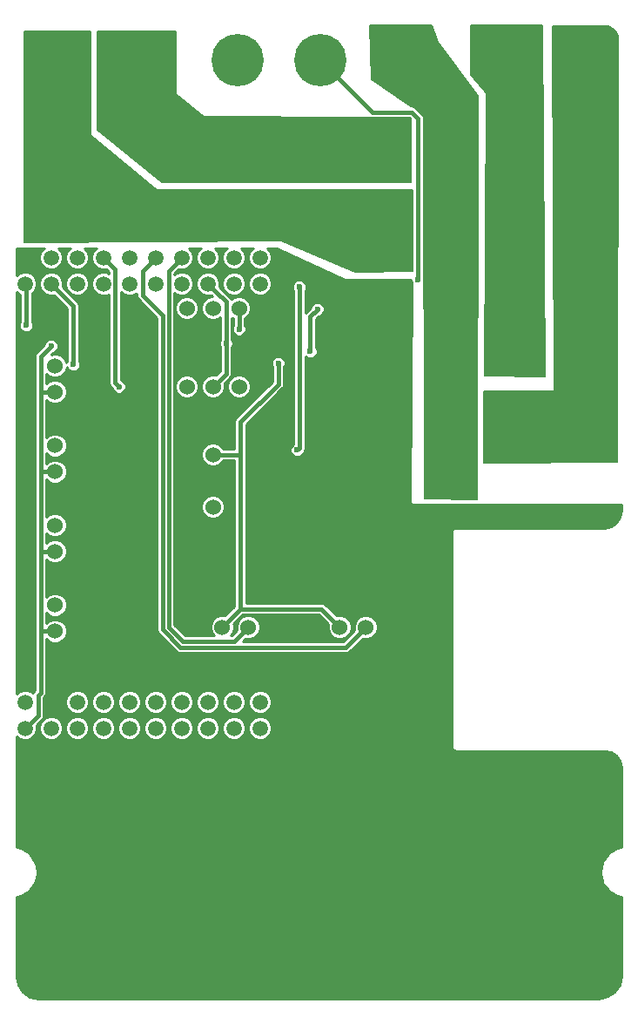
<source format=gbr>
G04 #@! TF.FileFunction,Copper,L2,Bot,Signal*
%FSLAX46Y46*%
G04 Gerber Fmt 4.6, Leading zero omitted, Abs format (unit mm)*
G04 Created by KiCad (PCBNEW 4.0.7) date 03/27/18 20:56:34*
%MOMM*%
%LPD*%
G01*
G04 APERTURE LIST*
%ADD10C,0.100000*%
%ADD11C,0.600000*%
%ADD12C,1.520000*%
%ADD13C,1.524000*%
%ADD14C,5.080000*%
%ADD15C,0.406400*%
%ADD16C,0.762000*%
%ADD17C,0.127000*%
%ADD18C,0.254000*%
G04 APERTURE END LIST*
D10*
D11*
X144576800Y-163017200D03*
X145846800Y-161848800D03*
X144576800Y-161848800D03*
X145846800Y-163017200D03*
D12*
X119278400Y-204774800D03*
X121818400Y-204774800D03*
X124358400Y-204774800D03*
X126898400Y-204774800D03*
X129438400Y-204774800D03*
X131978400Y-204774800D03*
X134518400Y-204774800D03*
X137058400Y-204774800D03*
X139598400Y-204774800D03*
X142138400Y-204774800D03*
X119278400Y-207314800D03*
X121818400Y-207314800D03*
X124358400Y-207314800D03*
X126898400Y-207314800D03*
X129438400Y-207314800D03*
X131978400Y-207314800D03*
X134518400Y-207314800D03*
X137058400Y-207314800D03*
X139598400Y-207314800D03*
X142138400Y-207314800D03*
X119278400Y-164134800D03*
X121818400Y-164134800D03*
X124358400Y-164134800D03*
X126898400Y-164134800D03*
X129438400Y-164134800D03*
X131978400Y-164134800D03*
X134518400Y-164134800D03*
X137058400Y-164134800D03*
X139598400Y-164134800D03*
X142138400Y-164134800D03*
X119278400Y-161594800D03*
X121818400Y-161594800D03*
X124358400Y-161594800D03*
X126898400Y-161594800D03*
X129438400Y-161594800D03*
X131978400Y-161594800D03*
X134518400Y-161594800D03*
X137058400Y-161594800D03*
X139598400Y-161594800D03*
X142138400Y-161594800D03*
D13*
X149860000Y-197485000D03*
X152400000Y-197485000D03*
X154940000Y-197485000D03*
X137541000Y-185801000D03*
X137541000Y-183261000D03*
X137541000Y-180721000D03*
X122174000Y-182372000D03*
X122174000Y-179832000D03*
D11*
X162560000Y-178816000D03*
X161290000Y-178816000D03*
X160020000Y-178816000D03*
X158750000Y-178816000D03*
X158750000Y-176530000D03*
X168910000Y-180340000D03*
X167640000Y-180340000D03*
X166370000Y-180340000D03*
X165100000Y-180340000D03*
X168910000Y-179070000D03*
X167640000Y-179070000D03*
X166370000Y-179070000D03*
X165100000Y-179070000D03*
X168910000Y-177800000D03*
X167640000Y-177800000D03*
X166370000Y-177800000D03*
X165100000Y-177800000D03*
X168910000Y-176530000D03*
X167640000Y-176530000D03*
X166370000Y-176530000D03*
X165100000Y-176530000D03*
X168910000Y-175260000D03*
X167640000Y-175260000D03*
X166370000Y-175260000D03*
X165100000Y-175260000D03*
X168910000Y-172720000D03*
X167640000Y-172720000D03*
X166370000Y-172720000D03*
X165100000Y-172720000D03*
X168910000Y-171450000D03*
X167640000Y-171450000D03*
X166370000Y-171450000D03*
X165100000Y-171450000D03*
X168910000Y-170180000D03*
X167640000Y-170180000D03*
X166370000Y-170180000D03*
X165100000Y-170180000D03*
X168910000Y-168910000D03*
X167640000Y-168910000D03*
X166370000Y-168910000D03*
X165100000Y-168910000D03*
X168910000Y-167640000D03*
X167640000Y-167640000D03*
X166370000Y-167640000D03*
X165100000Y-167640000D03*
X156210000Y-162560000D03*
X154940000Y-162560000D03*
X153670000Y-162560000D03*
X152400000Y-162560000D03*
X156210000Y-161290000D03*
X154940000Y-161290000D03*
X153670000Y-161290000D03*
X152400000Y-161290000D03*
X156210000Y-160020000D03*
X154940000Y-160020000D03*
X153670000Y-160020000D03*
X152400000Y-160020000D03*
X156210000Y-158750000D03*
X154940000Y-158750000D03*
X153670000Y-158750000D03*
X152400000Y-158750000D03*
X156210000Y-157480000D03*
X154940000Y-157480000D03*
X153670000Y-157480000D03*
X152400000Y-157480000D03*
X156210000Y-153670000D03*
X154940000Y-153670000D03*
X153670000Y-153670000D03*
X152400000Y-153670000D03*
X156210000Y-152400000D03*
X154940000Y-152400000D03*
X153670000Y-152400000D03*
X152400000Y-152400000D03*
X156210000Y-151130000D03*
X154940000Y-151130000D03*
X153670000Y-151130000D03*
X152400000Y-151130000D03*
X156210000Y-149860000D03*
X154940000Y-149860000D03*
X153670000Y-149860000D03*
X152400000Y-149860000D03*
X156210000Y-148590000D03*
X154940000Y-148590000D03*
X153670000Y-148590000D03*
X152400000Y-148590000D03*
X162560000Y-160020000D03*
X161290000Y-160020000D03*
X160020000Y-160020000D03*
X158750000Y-160020000D03*
X162560000Y-158750000D03*
X161290000Y-158750000D03*
X160020000Y-158750000D03*
X158750000Y-158750000D03*
X162560000Y-157480000D03*
X161290000Y-157480000D03*
X160020000Y-157480000D03*
X158750000Y-157480000D03*
X162560000Y-156210000D03*
X161290000Y-156210000D03*
X160020000Y-156210000D03*
X158750000Y-156210000D03*
X162560000Y-154940000D03*
X161290000Y-154940000D03*
X160020000Y-154940000D03*
X158750000Y-154940000D03*
X162560000Y-153670000D03*
X161290000Y-153670000D03*
X160020000Y-153670000D03*
X158750000Y-153670000D03*
X162560000Y-152400000D03*
X161290000Y-152400000D03*
X160020000Y-152400000D03*
X158750000Y-152400000D03*
X162560000Y-151130000D03*
X161290000Y-151130000D03*
X160020000Y-151130000D03*
X158750000Y-151130000D03*
X162560000Y-168910000D03*
X161290000Y-168910000D03*
X160020000Y-168910000D03*
X158750000Y-168910000D03*
X162560000Y-170180000D03*
X161290000Y-170180000D03*
X160020000Y-170180000D03*
X158750000Y-170180000D03*
X162560000Y-171450000D03*
X161290000Y-171450000D03*
X160020000Y-171450000D03*
X158750000Y-171450000D03*
X162560000Y-172720000D03*
X161290000Y-172720000D03*
X160020000Y-172720000D03*
X158750000Y-172720000D03*
X162560000Y-173990000D03*
X161290000Y-173990000D03*
X160020000Y-173990000D03*
X158750000Y-173990000D03*
X162560000Y-175260000D03*
X161290000Y-175260000D03*
X160020000Y-175260000D03*
X158750000Y-175260000D03*
X162560000Y-176530000D03*
X161290000Y-176530000D03*
X160020000Y-176530000D03*
X158750000Y-176530000D03*
X162560000Y-177800000D03*
X161290000Y-177800000D03*
X160020000Y-177800000D03*
D14*
X139980400Y-142367000D03*
X147979400Y-142367000D03*
X155980400Y-142367000D03*
X122071400Y-142367000D03*
X130072400Y-142367000D03*
X166013400Y-142367000D03*
X174014400Y-142367000D03*
D13*
X135001000Y-166497000D03*
X135001000Y-174117000D03*
X137541000Y-166497000D03*
X137541000Y-174117000D03*
X140081000Y-166497000D03*
X140081000Y-174117000D03*
D11*
X158750000Y-177800000D03*
D13*
X122174000Y-174625000D03*
X122174000Y-172085000D03*
X122174000Y-190119000D03*
X122174000Y-187579000D03*
X122174000Y-197866000D03*
X122174000Y-195326000D03*
X138430000Y-197485000D03*
X140970000Y-197485000D03*
X143510000Y-197485000D03*
D11*
X126492000Y-174371000D03*
X147701000Y-166605939D03*
X143891000Y-171837599D03*
X121793000Y-170180000D03*
X147015200Y-170688000D03*
X160782000Y-184023000D03*
X119380000Y-168148000D03*
X140081000Y-168529000D03*
X138811000Y-169926000D03*
X123952000Y-171958000D03*
X128397000Y-174117000D03*
X145745200Y-180289200D03*
X145948400Y-164439600D03*
X157480000Y-163703000D03*
D15*
X140208000Y-195707000D02*
X148082000Y-195707000D01*
X148082000Y-195707000D02*
X149860000Y-197485000D01*
X140208000Y-180721000D02*
X140208000Y-195707000D01*
X140208000Y-195707000D02*
X138430000Y-197485000D01*
X140208000Y-180721000D02*
X140208000Y-177546000D01*
X137541000Y-180721000D02*
X140208000Y-180721000D01*
X147701000Y-166605939D02*
X147015200Y-167291739D01*
X147015200Y-167291739D02*
X147015200Y-167335200D01*
X140208000Y-177546000D02*
X143891000Y-173863000D01*
X143891000Y-173863000D02*
X143891000Y-171837599D01*
X120777000Y-197866000D02*
X120777000Y-203835000D01*
X120777000Y-203835000D02*
X120523000Y-204089000D01*
X120523000Y-204089000D02*
X120523000Y-206070200D01*
X120523000Y-206070200D02*
X120038399Y-206554801D01*
X120038399Y-206554801D02*
X119278400Y-207314800D01*
X120777000Y-190119000D02*
X120777000Y-197866000D01*
X122174000Y-197866000D02*
X121096370Y-197866000D01*
X121096370Y-197866000D02*
X120777000Y-197866000D01*
X120777000Y-176022000D02*
X120777000Y-174625000D01*
X120777000Y-174625000D02*
X120777000Y-171196000D01*
X122174000Y-174625000D02*
X121096370Y-174625000D01*
X121096370Y-174625000D02*
X120777000Y-174625000D01*
X120777000Y-171196000D02*
X121793000Y-170180000D01*
X120777000Y-176022000D02*
X120777000Y-182372000D01*
X120777000Y-182372000D02*
X120777000Y-190119000D01*
X122174000Y-182372000D02*
X120777000Y-182372000D01*
X122174000Y-190119000D02*
X120777000Y-190119000D01*
X147015200Y-170688000D02*
X147015200Y-167335200D01*
D16*
X160782000Y-184023000D02*
X160782000Y-179324000D01*
X160782000Y-179324000D02*
X161290000Y-178816000D01*
D15*
X119380000Y-168148000D02*
X119380000Y-164236400D01*
X119380000Y-164236400D02*
X119278400Y-164134800D01*
X140081000Y-166497000D02*
X140081000Y-168529000D01*
X138811000Y-165862000D02*
X138811000Y-169926000D01*
X138811000Y-169926000D02*
X138811000Y-172847000D01*
X138811000Y-172847000D02*
X137541000Y-174117000D01*
X137058400Y-164134800D02*
X137818399Y-164894799D01*
X137818399Y-164894799D02*
X137843799Y-164894799D01*
X137843799Y-164894799D02*
X138811000Y-165862000D01*
X123952000Y-171958000D02*
X123952000Y-166268400D01*
X123952000Y-166268400D02*
X121818400Y-164134800D01*
X128016000Y-172847000D02*
X128016000Y-173736000D01*
X128016000Y-173736000D02*
X128397000Y-174117000D01*
X128016000Y-165481000D02*
X128016000Y-172847000D01*
X128011461Y-165476461D02*
X128016000Y-165481000D01*
X126898400Y-161594800D02*
X128011461Y-162707861D01*
X128011461Y-162707861D02*
X128011461Y-165476461D01*
X133223000Y-164465000D02*
X133223000Y-197485000D01*
X134620000Y-198882000D02*
X139573000Y-198882000D01*
X133223000Y-197485000D02*
X134620000Y-198882000D01*
X139573000Y-198882000D02*
X140970000Y-197485000D01*
X133223000Y-164465000D02*
X133223000Y-164592000D01*
X133223000Y-162890200D02*
X133223000Y-164465000D01*
X134518400Y-161594800D02*
X133223000Y-162890200D01*
X131978400Y-161594800D02*
X130683000Y-162890200D01*
X130683000Y-162890200D02*
X130683000Y-165227000D01*
X130683000Y-165227000D02*
X132666730Y-167210730D01*
X132666730Y-167210730D02*
X132666731Y-197715415D01*
X132666731Y-197715415D02*
X134389586Y-199438270D01*
X134389586Y-199438270D02*
X150446730Y-199438270D01*
X150446730Y-199438270D02*
X152400000Y-197485000D01*
X145948400Y-164439600D02*
X145948400Y-180086000D01*
X145948400Y-180086000D02*
X145745200Y-180289200D01*
X157480000Y-154432000D02*
X157480000Y-163703000D01*
X157480000Y-148082000D02*
X157480000Y-154432000D01*
X156845000Y-147447000D02*
X157480000Y-148082000D01*
X156033531Y-147447000D02*
X156845000Y-147447000D01*
X153035000Y-147447000D02*
X156033531Y-147447000D01*
X150519399Y-144931399D02*
X153035000Y-147447000D01*
X147979400Y-142367000D02*
X150519399Y-144906999D01*
X150519399Y-144906999D02*
X150519399Y-144931399D01*
D17*
G36*
X159541492Y-140878126D02*
X159550255Y-140894005D01*
X163322126Y-145880975D01*
X163347399Y-150152197D01*
X163258663Y-185101567D01*
X158178287Y-185027220D01*
X158051500Y-147878583D01*
X158046412Y-147853895D01*
X158024762Y-147827023D01*
X157806286Y-147671905D01*
X157213191Y-147078809D01*
X157044263Y-146965936D01*
X156845000Y-146926299D01*
X156844995Y-146926300D01*
X156756138Y-146926300D01*
X152970724Y-144238656D01*
X152846030Y-139001500D01*
X158833097Y-139001500D01*
X159541492Y-140878126D01*
X159541492Y-140878126D01*
G37*
X159541492Y-140878126D02*
X159550255Y-140894005D01*
X163322126Y-145880975D01*
X163347399Y-150152197D01*
X163258663Y-185101567D01*
X158178287Y-185027220D01*
X158051500Y-147878583D01*
X158046412Y-147853895D01*
X158024762Y-147827023D01*
X157806286Y-147671905D01*
X157213191Y-147078809D01*
X157044263Y-146965936D01*
X156845000Y-146926299D01*
X156844995Y-146926300D01*
X156756138Y-146926300D01*
X152970724Y-144238656D01*
X152846030Y-139001500D01*
X158833097Y-139001500D01*
X159541492Y-140878126D01*
G36*
X133921500Y-145669000D02*
X133926503Y-145693705D01*
X133944486Y-145717896D01*
X136611486Y-147927696D01*
X136633701Y-147939606D01*
X136651788Y-147942300D01*
X151840988Y-147993100D01*
X156679277Y-148017659D01*
X156781500Y-148119882D01*
X156781500Y-154291974D01*
X151892326Y-154266901D01*
X151892000Y-154266900D01*
X132559702Y-154266900D01*
X126301500Y-149194728D01*
X126301500Y-139636500D01*
X133921500Y-139636500D01*
X133921500Y-145669000D01*
X133921500Y-145669000D01*
G37*
X133921500Y-145669000D02*
X133926503Y-145693705D01*
X133944486Y-145717896D01*
X136611486Y-147927696D01*
X136633701Y-147939606D01*
X136651788Y-147942300D01*
X151840988Y-147993100D01*
X156679277Y-148017659D01*
X156781500Y-148119882D01*
X156781500Y-154291974D01*
X151892326Y-154266901D01*
X151892000Y-154266900D01*
X132559702Y-154266900D01*
X126301500Y-149194728D01*
X126301500Y-139636500D01*
X133921500Y-139636500D01*
X133921500Y-145669000D01*
G36*
X125666500Y-149733000D02*
X125671503Y-149757705D01*
X125689736Y-149782103D01*
X132039736Y-154989103D01*
X132062012Y-155000899D01*
X132080000Y-155003500D01*
X156959300Y-155003500D01*
X156959300Y-162880589D01*
X151396146Y-163004215D01*
X144169642Y-159961476D01*
X144144678Y-159956501D01*
X119189500Y-160083177D01*
X119189500Y-139636500D01*
X125666500Y-139636500D01*
X125666500Y-149733000D01*
X125666500Y-149733000D01*
G37*
X125666500Y-149733000D02*
X125671503Y-149757705D01*
X125689736Y-149782103D01*
X132039736Y-154989103D01*
X132062012Y-155000899D01*
X132080000Y-155003500D01*
X156959300Y-155003500D01*
X156959300Y-162880589D01*
X151396146Y-163004215D01*
X144169642Y-159961476D01*
X144144678Y-159956501D01*
X119189500Y-160083177D01*
X119189500Y-139636500D01*
X125666500Y-139636500D01*
X125666500Y-149733000D01*
G36*
X169862018Y-173163124D02*
X164020500Y-173038836D01*
X164020500Y-172974000D01*
X164147499Y-145669295D01*
X164142611Y-145644567D01*
X164132213Y-145627675D01*
X162623500Y-143867510D01*
X162623500Y-139001500D01*
X169608969Y-139001500D01*
X169862018Y-173163124D01*
X169862018Y-173163124D01*
G37*
X169862018Y-173163124D02*
X164020500Y-173038836D01*
X164020500Y-172974000D01*
X164147499Y-145669295D01*
X164142611Y-145644567D01*
X164132213Y-145627675D01*
X162623500Y-143867510D01*
X162623500Y-139001500D01*
X169608969Y-139001500D01*
X169862018Y-173163124D01*
G36*
X176674619Y-139555381D02*
X176971700Y-139999993D01*
X176847688Y-181420112D01*
X163893500Y-181545881D01*
X163893500Y-174561500D01*
X170688000Y-174561500D01*
X170712705Y-174556497D01*
X170733517Y-174542277D01*
X170747157Y-174521080D01*
X170751500Y-174497772D01*
X170624728Y-139128500D01*
X176035748Y-139128500D01*
X176674619Y-139555381D01*
X176674619Y-139555381D01*
G37*
X176674619Y-139555381D02*
X176971700Y-139999993D01*
X176847688Y-181420112D01*
X163893500Y-181545881D01*
X163893500Y-174561500D01*
X170688000Y-174561500D01*
X170712705Y-174556497D01*
X170733517Y-174542277D01*
X170747157Y-174521080D01*
X170751500Y-174497772D01*
X170624728Y-139128500D01*
X176035748Y-139128500D01*
X176674619Y-139555381D01*
D18*
G36*
X120851671Y-160947631D02*
X120677598Y-161366845D01*
X120677202Y-161820763D01*
X120850543Y-162240280D01*
X121171231Y-162561529D01*
X121590445Y-162735602D01*
X122044363Y-162735998D01*
X122463880Y-162562657D01*
X122785129Y-162241969D01*
X122959202Y-161822755D01*
X122959598Y-161368837D01*
X122786257Y-160949320D01*
X122492451Y-160655000D01*
X123684814Y-160655000D01*
X123391671Y-160947631D01*
X123217598Y-161366845D01*
X123217202Y-161820763D01*
X123390543Y-162240280D01*
X123711231Y-162561529D01*
X124130445Y-162735602D01*
X124584363Y-162735998D01*
X125003880Y-162562657D01*
X125325129Y-162241969D01*
X125499202Y-161822755D01*
X125499598Y-161368837D01*
X125326257Y-160949320D01*
X125032451Y-160655000D01*
X126224814Y-160655000D01*
X125931671Y-160947631D01*
X125757598Y-161366845D01*
X125757202Y-161820763D01*
X125930543Y-162240280D01*
X126251231Y-162561529D01*
X126670445Y-162735602D01*
X127124363Y-162735998D01*
X127187377Y-162709961D01*
X127427261Y-162949845D01*
X127427261Y-163118945D01*
X127126355Y-162993998D01*
X126672437Y-162993602D01*
X126252920Y-163166943D01*
X125931671Y-163487631D01*
X125757598Y-163906845D01*
X125757202Y-164360763D01*
X125930543Y-164780280D01*
X126251231Y-165101529D01*
X126670445Y-165275602D01*
X127124363Y-165275998D01*
X127427261Y-165150843D01*
X127427261Y-165476461D01*
X127431800Y-165499280D01*
X127431800Y-173736000D01*
X127476270Y-173959564D01*
X127581465Y-174117000D01*
X127602908Y-174149092D01*
X127723065Y-174269249D01*
X127819339Y-174502252D01*
X128010741Y-174693987D01*
X128260946Y-174797882D01*
X128531865Y-174798118D01*
X128782252Y-174694661D01*
X128973987Y-174503259D01*
X129077882Y-174253054D01*
X129078118Y-173982135D01*
X128974661Y-173731748D01*
X128783259Y-173540013D01*
X128600200Y-173464000D01*
X128600200Y-165481000D01*
X128595661Y-165458181D01*
X128595661Y-164905617D01*
X128791231Y-165101529D01*
X129210445Y-165275602D01*
X129664363Y-165275998D01*
X130083880Y-165102657D01*
X130098800Y-165087763D01*
X130098800Y-165227000D01*
X130143270Y-165450564D01*
X130268802Y-165638436D01*
X130269908Y-165640092D01*
X132082530Y-167452714D01*
X132082531Y-197715415D01*
X132127001Y-197938979D01*
X132214012Y-198069200D01*
X132253639Y-198128507D01*
X133976494Y-199851362D01*
X134166022Y-199978000D01*
X134389586Y-200022470D01*
X150446730Y-200022470D01*
X150670294Y-199978000D01*
X150859822Y-199851362D01*
X152109280Y-198601904D01*
X152171646Y-198627801D01*
X152626359Y-198628198D01*
X153046612Y-198454554D01*
X153368423Y-198133303D01*
X153542801Y-197713354D01*
X153543198Y-197258641D01*
X153369554Y-196838388D01*
X153048303Y-196516577D01*
X152628354Y-196342199D01*
X152173641Y-196341802D01*
X151753388Y-196515446D01*
X151431577Y-196836697D01*
X151257199Y-197256646D01*
X151256802Y-197711359D01*
X151283308Y-197775508D01*
X150204746Y-198854070D01*
X140427114Y-198854070D01*
X140679280Y-198601904D01*
X140741646Y-198627801D01*
X141196359Y-198628198D01*
X141616612Y-198454554D01*
X141938423Y-198133303D01*
X142112801Y-197713354D01*
X142113198Y-197258641D01*
X141939554Y-196838388D01*
X141618303Y-196516577D01*
X141198354Y-196342199D01*
X140743641Y-196341802D01*
X140323388Y-196515446D01*
X140001577Y-196836697D01*
X139827199Y-197256646D01*
X139826802Y-197711359D01*
X139853308Y-197775508D01*
X139331016Y-198297800D01*
X139233639Y-198297800D01*
X139398423Y-198133303D01*
X139572801Y-197713354D01*
X139573198Y-197258641D01*
X139546692Y-197194492D01*
X140449984Y-196291200D01*
X147840016Y-196291200D01*
X148743096Y-197194280D01*
X148717199Y-197256646D01*
X148716802Y-197711359D01*
X148890446Y-198131612D01*
X149211697Y-198453423D01*
X149631646Y-198627801D01*
X150086359Y-198628198D01*
X150506612Y-198454554D01*
X150828423Y-198133303D01*
X151002801Y-197713354D01*
X151003198Y-197258641D01*
X150829554Y-196838388D01*
X150508303Y-196516577D01*
X150088354Y-196342199D01*
X149633641Y-196341802D01*
X149569492Y-196368308D01*
X148495092Y-195293908D01*
X148305564Y-195167270D01*
X148082000Y-195122800D01*
X140792200Y-195122800D01*
X140792200Y-180424065D01*
X145064082Y-180424065D01*
X145167539Y-180674452D01*
X145358941Y-180866187D01*
X145609146Y-180970082D01*
X145880065Y-180970318D01*
X146130452Y-180866861D01*
X146322187Y-180675459D01*
X146426082Y-180425254D01*
X146426102Y-180402396D01*
X146488130Y-180309564D01*
X146532600Y-180086000D01*
X146532600Y-171168478D01*
X146628941Y-171264987D01*
X146879146Y-171368882D01*
X147150065Y-171369118D01*
X147400452Y-171265661D01*
X147592187Y-171074259D01*
X147696082Y-170824054D01*
X147696318Y-170553135D01*
X147599400Y-170318574D01*
X147599400Y-167533723D01*
X147853249Y-167279874D01*
X148086252Y-167183600D01*
X148277987Y-166992198D01*
X148381882Y-166741993D01*
X148382118Y-166471074D01*
X148278661Y-166220687D01*
X148087259Y-166028952D01*
X147837054Y-165925057D01*
X147566135Y-165924821D01*
X147315748Y-166028278D01*
X147124013Y-166219680D01*
X147026685Y-166454070D01*
X146602108Y-166878647D01*
X146532600Y-166982674D01*
X146532600Y-164808488D01*
X146629282Y-164575654D01*
X146629518Y-164304735D01*
X146526061Y-164054348D01*
X146334659Y-163862613D01*
X146084454Y-163758718D01*
X145813535Y-163758482D01*
X145563148Y-163861939D01*
X145371413Y-164053341D01*
X145267518Y-164303546D01*
X145267282Y-164574465D01*
X145364200Y-164809026D01*
X145364200Y-179709782D01*
X145359948Y-179711539D01*
X145168213Y-179902941D01*
X145064318Y-180153146D01*
X145064082Y-180424065D01*
X140792200Y-180424065D01*
X140792200Y-177787984D01*
X144304089Y-174276094D01*
X144304092Y-174276092D01*
X144405138Y-174124865D01*
X144430731Y-174086563D01*
X144475201Y-173863000D01*
X144475200Y-173862995D01*
X144475200Y-172206487D01*
X144571882Y-171973653D01*
X144572118Y-171702734D01*
X144468661Y-171452347D01*
X144277259Y-171260612D01*
X144027054Y-171156717D01*
X143756135Y-171156481D01*
X143505748Y-171259938D01*
X143314013Y-171451340D01*
X143210118Y-171701545D01*
X143209882Y-171972464D01*
X143306800Y-172207025D01*
X143306800Y-173621017D01*
X139794908Y-177132908D01*
X139668270Y-177322436D01*
X139623800Y-177546000D01*
X139623800Y-180136800D01*
X138536342Y-180136800D01*
X138510554Y-180074388D01*
X138189303Y-179752577D01*
X137769354Y-179578199D01*
X137314641Y-179577802D01*
X136894388Y-179751446D01*
X136572577Y-180072697D01*
X136398199Y-180492646D01*
X136397802Y-180947359D01*
X136571446Y-181367612D01*
X136892697Y-181689423D01*
X137312646Y-181863801D01*
X137767359Y-181864198D01*
X138187612Y-181690554D01*
X138509423Y-181369303D01*
X138536041Y-181305200D01*
X139623800Y-181305200D01*
X139623800Y-195465016D01*
X138720720Y-196368096D01*
X138658354Y-196342199D01*
X138203641Y-196341802D01*
X137783388Y-196515446D01*
X137461577Y-196836697D01*
X137287199Y-197256646D01*
X137286802Y-197711359D01*
X137460446Y-198131612D01*
X137626345Y-198297800D01*
X134861984Y-198297800D01*
X133807200Y-197243016D01*
X133807200Y-186027359D01*
X136397802Y-186027359D01*
X136571446Y-186447612D01*
X136892697Y-186769423D01*
X137312646Y-186943801D01*
X137767359Y-186944198D01*
X138187612Y-186770554D01*
X138509423Y-186449303D01*
X138683801Y-186029354D01*
X138684198Y-185574641D01*
X138510554Y-185154388D01*
X138189303Y-184832577D01*
X137769354Y-184658199D01*
X137314641Y-184657802D01*
X136894388Y-184831446D01*
X136572577Y-185152697D01*
X136398199Y-185572646D01*
X136397802Y-186027359D01*
X133807200Y-186027359D01*
X133807200Y-174343359D01*
X133857802Y-174343359D01*
X134031446Y-174763612D01*
X134352697Y-175085423D01*
X134772646Y-175259801D01*
X135227359Y-175260198D01*
X135647612Y-175086554D01*
X135969423Y-174765303D01*
X136143801Y-174345354D01*
X136144198Y-173890641D01*
X135970554Y-173470388D01*
X135649303Y-173148577D01*
X135229354Y-172974199D01*
X134774641Y-172973802D01*
X134354388Y-173147446D01*
X134032577Y-173468697D01*
X133858199Y-173888646D01*
X133857802Y-174343359D01*
X133807200Y-174343359D01*
X133807200Y-166723359D01*
X133857802Y-166723359D01*
X134031446Y-167143612D01*
X134352697Y-167465423D01*
X134772646Y-167639801D01*
X135227359Y-167640198D01*
X135647612Y-167466554D01*
X135969423Y-167145303D01*
X136143801Y-166725354D01*
X136144198Y-166270641D01*
X135970554Y-165850388D01*
X135649303Y-165528577D01*
X135229354Y-165354199D01*
X134774641Y-165353802D01*
X134354388Y-165527446D01*
X134032577Y-165848697D01*
X133858199Y-166268646D01*
X133857802Y-166723359D01*
X133807200Y-166723359D01*
X133807200Y-165037386D01*
X133871231Y-165101529D01*
X134290445Y-165275602D01*
X134744363Y-165275998D01*
X135163880Y-165102657D01*
X135485129Y-164781969D01*
X135659202Y-164362755D01*
X135659203Y-164360763D01*
X135917202Y-164360763D01*
X136090543Y-164780280D01*
X136411231Y-165101529D01*
X136830445Y-165275602D01*
X137284363Y-165275998D01*
X137347377Y-165249961D01*
X137405307Y-165307891D01*
X137474226Y-165353941D01*
X137314641Y-165353802D01*
X136894388Y-165527446D01*
X136572577Y-165848697D01*
X136398199Y-166268646D01*
X136397802Y-166723359D01*
X136571446Y-167143612D01*
X136892697Y-167465423D01*
X137312646Y-167639801D01*
X137767359Y-167640198D01*
X138187612Y-167466554D01*
X138226800Y-167427434D01*
X138226800Y-169557112D01*
X138130118Y-169789946D01*
X138129882Y-170060865D01*
X138226800Y-170295426D01*
X138226800Y-172605016D01*
X137831720Y-173000096D01*
X137769354Y-172974199D01*
X137314641Y-172973802D01*
X136894388Y-173147446D01*
X136572577Y-173468697D01*
X136398199Y-173888646D01*
X136397802Y-174343359D01*
X136571446Y-174763612D01*
X136892697Y-175085423D01*
X137312646Y-175259801D01*
X137767359Y-175260198D01*
X138187612Y-175086554D01*
X138509423Y-174765303D01*
X138683801Y-174345354D01*
X138683802Y-174343359D01*
X138937802Y-174343359D01*
X139111446Y-174763612D01*
X139432697Y-175085423D01*
X139852646Y-175259801D01*
X140307359Y-175260198D01*
X140727612Y-175086554D01*
X141049423Y-174765303D01*
X141223801Y-174345354D01*
X141224198Y-173890641D01*
X141050554Y-173470388D01*
X140729303Y-173148577D01*
X140309354Y-172974199D01*
X139854641Y-172973802D01*
X139434388Y-173147446D01*
X139112577Y-173468697D01*
X138938199Y-173888646D01*
X138937802Y-174343359D01*
X138683802Y-174343359D01*
X138684198Y-173890641D01*
X138657692Y-173826492D01*
X139224092Y-173260092D01*
X139296450Y-173151800D01*
X139350730Y-173070564D01*
X139395200Y-172847000D01*
X139395200Y-170294888D01*
X139491882Y-170062054D01*
X139492118Y-169791135D01*
X139395200Y-169556574D01*
X139395200Y-167427861D01*
X139432697Y-167465423D01*
X139496800Y-167492041D01*
X139496800Y-168160112D01*
X139400118Y-168392946D01*
X139399882Y-168663865D01*
X139503339Y-168914252D01*
X139694741Y-169105987D01*
X139944946Y-169209882D01*
X140215865Y-169210118D01*
X140466252Y-169106661D01*
X140657987Y-168915259D01*
X140761882Y-168665054D01*
X140762118Y-168394135D01*
X140665200Y-168159574D01*
X140665200Y-167492342D01*
X140727612Y-167466554D01*
X141049423Y-167145303D01*
X141223801Y-166725354D01*
X141224198Y-166270641D01*
X141050554Y-165850388D01*
X140729303Y-165528577D01*
X140309354Y-165354199D01*
X139854641Y-165353802D01*
X139434388Y-165527446D01*
X139339717Y-165621953D01*
X139224092Y-165448908D01*
X138256891Y-164481707D01*
X138231887Y-164465000D01*
X138180344Y-164430560D01*
X138173775Y-164423991D01*
X138199202Y-164362755D01*
X138199203Y-164360763D01*
X138457202Y-164360763D01*
X138630543Y-164780280D01*
X138951231Y-165101529D01*
X139370445Y-165275602D01*
X139824363Y-165275998D01*
X140243880Y-165102657D01*
X140565129Y-164781969D01*
X140739202Y-164362755D01*
X140739203Y-164360763D01*
X140997202Y-164360763D01*
X141170543Y-164780280D01*
X141491231Y-165101529D01*
X141910445Y-165275602D01*
X142364363Y-165275998D01*
X142783880Y-165102657D01*
X143105129Y-164781969D01*
X143279202Y-164362755D01*
X143279598Y-163908837D01*
X143106257Y-163489320D01*
X142785569Y-163168071D01*
X142366355Y-162993998D01*
X141912437Y-162993602D01*
X141492920Y-163166943D01*
X141171671Y-163487631D01*
X140997598Y-163906845D01*
X140997202Y-164360763D01*
X140739203Y-164360763D01*
X140739598Y-163908837D01*
X140566257Y-163489320D01*
X140245569Y-163168071D01*
X139826355Y-162993998D01*
X139372437Y-162993602D01*
X138952920Y-163166943D01*
X138631671Y-163487631D01*
X138457598Y-163906845D01*
X138457202Y-164360763D01*
X138199203Y-164360763D01*
X138199598Y-163908837D01*
X138026257Y-163489320D01*
X137705569Y-163168071D01*
X137286355Y-162993998D01*
X136832437Y-162993602D01*
X136412920Y-163166943D01*
X136091671Y-163487631D01*
X135917598Y-163906845D01*
X135917202Y-164360763D01*
X135659203Y-164360763D01*
X135659598Y-163908837D01*
X135486257Y-163489320D01*
X135165569Y-163168071D01*
X134746355Y-162993998D01*
X134292437Y-162993602D01*
X133872920Y-163166943D01*
X133807200Y-163232548D01*
X133807200Y-163132184D01*
X134229209Y-162710175D01*
X134290445Y-162735602D01*
X134744363Y-162735998D01*
X135163880Y-162562657D01*
X135485129Y-162241969D01*
X135659202Y-161822755D01*
X135659598Y-161368837D01*
X135486257Y-160949320D01*
X135192451Y-160655000D01*
X136384814Y-160655000D01*
X136091671Y-160947631D01*
X135917598Y-161366845D01*
X135917202Y-161820763D01*
X136090543Y-162240280D01*
X136411231Y-162561529D01*
X136830445Y-162735602D01*
X137284363Y-162735998D01*
X137703880Y-162562657D01*
X138025129Y-162241969D01*
X138199202Y-161822755D01*
X138199598Y-161368837D01*
X138026257Y-160949320D01*
X137732451Y-160655000D01*
X138924814Y-160655000D01*
X138631671Y-160947631D01*
X138457598Y-161366845D01*
X138457202Y-161820763D01*
X138630543Y-162240280D01*
X138951231Y-162561529D01*
X139370445Y-162735602D01*
X139824363Y-162735998D01*
X140243880Y-162562657D01*
X140565129Y-162241969D01*
X140739202Y-161822755D01*
X140739598Y-161368837D01*
X140566257Y-160949320D01*
X140272451Y-160655000D01*
X141464814Y-160655000D01*
X141171671Y-160947631D01*
X140997598Y-161366845D01*
X140997202Y-161820763D01*
X141170543Y-162240280D01*
X141491231Y-162561529D01*
X141910445Y-162735602D01*
X142364363Y-162735998D01*
X142783880Y-162562657D01*
X143105129Y-162241969D01*
X143279202Y-161822755D01*
X143279598Y-161368837D01*
X143106257Y-160949320D01*
X142812451Y-160655000D01*
X143786310Y-160655000D01*
X150212150Y-163690830D01*
X150266400Y-163703000D01*
X156798999Y-163703000D01*
X156798882Y-163837865D01*
X156843281Y-163945319D01*
X156743401Y-185419409D01*
X156753177Y-185468865D01*
X156781424Y-185510622D01*
X156823691Y-185538099D01*
X156870090Y-185547000D01*
X177267400Y-185596750D01*
X177267400Y-186139552D01*
X177133864Y-186810883D01*
X176777628Y-187344029D01*
X176244485Y-187700263D01*
X175573152Y-187833800D01*
X161188400Y-187833800D01*
X161023463Y-187866608D01*
X160883637Y-187960037D01*
X160790208Y-188099863D01*
X160757400Y-188264800D01*
X160757400Y-209092800D01*
X160790208Y-209257737D01*
X160883637Y-209397563D01*
X161023463Y-209490992D01*
X161188400Y-209523800D01*
X175674752Y-209523800D01*
X176307204Y-209649603D01*
X176807385Y-209983813D01*
X177141598Y-210483997D01*
X177267400Y-211116449D01*
X177267400Y-218899088D01*
X176836708Y-218984758D01*
X176836704Y-218984758D01*
X176681336Y-219049113D01*
X176022110Y-219489594D01*
X175903196Y-219608508D01*
X175462714Y-220267736D01*
X175398358Y-220423103D01*
X175243682Y-221200716D01*
X175243682Y-221368884D01*
X175398358Y-222146496D01*
X175462714Y-222301864D01*
X175903194Y-222961090D01*
X176022108Y-223080004D01*
X176681336Y-223520487D01*
X176836704Y-223584842D01*
X176836708Y-223584842D01*
X177267400Y-223670512D01*
X177267400Y-231351552D01*
X177095194Y-232217288D01*
X176628838Y-232915238D01*
X175930888Y-233381594D01*
X175065152Y-233553800D01*
X120540048Y-233553800D01*
X119713192Y-233389328D01*
X119048203Y-232944997D01*
X118603872Y-232280008D01*
X118439400Y-231453152D01*
X118439400Y-223670512D01*
X118870097Y-223584842D01*
X119025464Y-223520486D01*
X119684692Y-223080004D01*
X119803606Y-222961090D01*
X120244087Y-222301864D01*
X120308442Y-222146496D01*
X120308442Y-222146492D01*
X120463118Y-221368884D01*
X120463118Y-221200716D01*
X120308442Y-220423108D01*
X120308442Y-220423104D01*
X120244087Y-220267736D01*
X119803604Y-219608508D01*
X119684690Y-219489594D01*
X119025464Y-219049114D01*
X119025462Y-219049113D01*
X118870097Y-218984758D01*
X118439400Y-218899088D01*
X118439400Y-208089362D01*
X118631231Y-208281529D01*
X119050445Y-208455602D01*
X119504363Y-208455998D01*
X119923880Y-208282657D01*
X120245129Y-207961969D01*
X120419202Y-207542755D01*
X120419203Y-207540763D01*
X120677202Y-207540763D01*
X120850543Y-207960280D01*
X121171231Y-208281529D01*
X121590445Y-208455602D01*
X122044363Y-208455998D01*
X122463880Y-208282657D01*
X122785129Y-207961969D01*
X122959202Y-207542755D01*
X122959203Y-207540763D01*
X123217202Y-207540763D01*
X123390543Y-207960280D01*
X123711231Y-208281529D01*
X124130445Y-208455602D01*
X124584363Y-208455998D01*
X125003880Y-208282657D01*
X125325129Y-207961969D01*
X125499202Y-207542755D01*
X125499203Y-207540763D01*
X125757202Y-207540763D01*
X125930543Y-207960280D01*
X126251231Y-208281529D01*
X126670445Y-208455602D01*
X127124363Y-208455998D01*
X127543880Y-208282657D01*
X127865129Y-207961969D01*
X128039202Y-207542755D01*
X128039203Y-207540763D01*
X128297202Y-207540763D01*
X128470543Y-207960280D01*
X128791231Y-208281529D01*
X129210445Y-208455602D01*
X129664363Y-208455998D01*
X130083880Y-208282657D01*
X130405129Y-207961969D01*
X130579202Y-207542755D01*
X130579203Y-207540763D01*
X130837202Y-207540763D01*
X131010543Y-207960280D01*
X131331231Y-208281529D01*
X131750445Y-208455602D01*
X132204363Y-208455998D01*
X132623880Y-208282657D01*
X132945129Y-207961969D01*
X133119202Y-207542755D01*
X133119203Y-207540763D01*
X133377202Y-207540763D01*
X133550543Y-207960280D01*
X133871231Y-208281529D01*
X134290445Y-208455602D01*
X134744363Y-208455998D01*
X135163880Y-208282657D01*
X135485129Y-207961969D01*
X135659202Y-207542755D01*
X135659203Y-207540763D01*
X135917202Y-207540763D01*
X136090543Y-207960280D01*
X136411231Y-208281529D01*
X136830445Y-208455602D01*
X137284363Y-208455998D01*
X137703880Y-208282657D01*
X138025129Y-207961969D01*
X138199202Y-207542755D01*
X138199203Y-207540763D01*
X138457202Y-207540763D01*
X138630543Y-207960280D01*
X138951231Y-208281529D01*
X139370445Y-208455602D01*
X139824363Y-208455998D01*
X140243880Y-208282657D01*
X140565129Y-207961969D01*
X140739202Y-207542755D01*
X140739203Y-207540763D01*
X140997202Y-207540763D01*
X141170543Y-207960280D01*
X141491231Y-208281529D01*
X141910445Y-208455602D01*
X142364363Y-208455998D01*
X142783880Y-208282657D01*
X143105129Y-207961969D01*
X143279202Y-207542755D01*
X143279598Y-207088837D01*
X143106257Y-206669320D01*
X142785569Y-206348071D01*
X142366355Y-206173998D01*
X141912437Y-206173602D01*
X141492920Y-206346943D01*
X141171671Y-206667631D01*
X140997598Y-207086845D01*
X140997202Y-207540763D01*
X140739203Y-207540763D01*
X140739598Y-207088837D01*
X140566257Y-206669320D01*
X140245569Y-206348071D01*
X139826355Y-206173998D01*
X139372437Y-206173602D01*
X138952920Y-206346943D01*
X138631671Y-206667631D01*
X138457598Y-207086845D01*
X138457202Y-207540763D01*
X138199203Y-207540763D01*
X138199598Y-207088837D01*
X138026257Y-206669320D01*
X137705569Y-206348071D01*
X137286355Y-206173998D01*
X136832437Y-206173602D01*
X136412920Y-206346943D01*
X136091671Y-206667631D01*
X135917598Y-207086845D01*
X135917202Y-207540763D01*
X135659203Y-207540763D01*
X135659598Y-207088837D01*
X135486257Y-206669320D01*
X135165569Y-206348071D01*
X134746355Y-206173998D01*
X134292437Y-206173602D01*
X133872920Y-206346943D01*
X133551671Y-206667631D01*
X133377598Y-207086845D01*
X133377202Y-207540763D01*
X133119203Y-207540763D01*
X133119598Y-207088837D01*
X132946257Y-206669320D01*
X132625569Y-206348071D01*
X132206355Y-206173998D01*
X131752437Y-206173602D01*
X131332920Y-206346943D01*
X131011671Y-206667631D01*
X130837598Y-207086845D01*
X130837202Y-207540763D01*
X130579203Y-207540763D01*
X130579598Y-207088837D01*
X130406257Y-206669320D01*
X130085569Y-206348071D01*
X129666355Y-206173998D01*
X129212437Y-206173602D01*
X128792920Y-206346943D01*
X128471671Y-206667631D01*
X128297598Y-207086845D01*
X128297202Y-207540763D01*
X128039203Y-207540763D01*
X128039598Y-207088837D01*
X127866257Y-206669320D01*
X127545569Y-206348071D01*
X127126355Y-206173998D01*
X126672437Y-206173602D01*
X126252920Y-206346943D01*
X125931671Y-206667631D01*
X125757598Y-207086845D01*
X125757202Y-207540763D01*
X125499203Y-207540763D01*
X125499598Y-207088837D01*
X125326257Y-206669320D01*
X125005569Y-206348071D01*
X124586355Y-206173998D01*
X124132437Y-206173602D01*
X123712920Y-206346943D01*
X123391671Y-206667631D01*
X123217598Y-207086845D01*
X123217202Y-207540763D01*
X122959203Y-207540763D01*
X122959598Y-207088837D01*
X122786257Y-206669320D01*
X122465569Y-206348071D01*
X122046355Y-206173998D01*
X121592437Y-206173602D01*
X121172920Y-206346943D01*
X120851671Y-206667631D01*
X120677598Y-207086845D01*
X120677202Y-207540763D01*
X120419203Y-207540763D01*
X120419598Y-207088837D01*
X120393561Y-207025823D01*
X120936092Y-206483292D01*
X121027197Y-206346943D01*
X121062730Y-206293764D01*
X121107200Y-206070200D01*
X121107200Y-205000763D01*
X123217202Y-205000763D01*
X123390543Y-205420280D01*
X123711231Y-205741529D01*
X124130445Y-205915602D01*
X124584363Y-205915998D01*
X125003880Y-205742657D01*
X125325129Y-205421969D01*
X125499202Y-205002755D01*
X125499203Y-205000763D01*
X125757202Y-205000763D01*
X125930543Y-205420280D01*
X126251231Y-205741529D01*
X126670445Y-205915602D01*
X127124363Y-205915998D01*
X127543880Y-205742657D01*
X127865129Y-205421969D01*
X128039202Y-205002755D01*
X128039203Y-205000763D01*
X128297202Y-205000763D01*
X128470543Y-205420280D01*
X128791231Y-205741529D01*
X129210445Y-205915602D01*
X129664363Y-205915998D01*
X130083880Y-205742657D01*
X130405129Y-205421969D01*
X130579202Y-205002755D01*
X130579203Y-205000763D01*
X130837202Y-205000763D01*
X131010543Y-205420280D01*
X131331231Y-205741529D01*
X131750445Y-205915602D01*
X132204363Y-205915998D01*
X132623880Y-205742657D01*
X132945129Y-205421969D01*
X133119202Y-205002755D01*
X133119203Y-205000763D01*
X133377202Y-205000763D01*
X133550543Y-205420280D01*
X133871231Y-205741529D01*
X134290445Y-205915602D01*
X134744363Y-205915998D01*
X135163880Y-205742657D01*
X135485129Y-205421969D01*
X135659202Y-205002755D01*
X135659203Y-205000763D01*
X135917202Y-205000763D01*
X136090543Y-205420280D01*
X136411231Y-205741529D01*
X136830445Y-205915602D01*
X137284363Y-205915998D01*
X137703880Y-205742657D01*
X138025129Y-205421969D01*
X138199202Y-205002755D01*
X138199203Y-205000763D01*
X138457202Y-205000763D01*
X138630543Y-205420280D01*
X138951231Y-205741529D01*
X139370445Y-205915602D01*
X139824363Y-205915998D01*
X140243880Y-205742657D01*
X140565129Y-205421969D01*
X140739202Y-205002755D01*
X140739203Y-205000763D01*
X140997202Y-205000763D01*
X141170543Y-205420280D01*
X141491231Y-205741529D01*
X141910445Y-205915602D01*
X142364363Y-205915998D01*
X142783880Y-205742657D01*
X143105129Y-205421969D01*
X143279202Y-205002755D01*
X143279598Y-204548837D01*
X143106257Y-204129320D01*
X142785569Y-203808071D01*
X142366355Y-203633998D01*
X141912437Y-203633602D01*
X141492920Y-203806943D01*
X141171671Y-204127631D01*
X140997598Y-204546845D01*
X140997202Y-205000763D01*
X140739203Y-205000763D01*
X140739598Y-204548837D01*
X140566257Y-204129320D01*
X140245569Y-203808071D01*
X139826355Y-203633998D01*
X139372437Y-203633602D01*
X138952920Y-203806943D01*
X138631671Y-204127631D01*
X138457598Y-204546845D01*
X138457202Y-205000763D01*
X138199203Y-205000763D01*
X138199598Y-204548837D01*
X138026257Y-204129320D01*
X137705569Y-203808071D01*
X137286355Y-203633998D01*
X136832437Y-203633602D01*
X136412920Y-203806943D01*
X136091671Y-204127631D01*
X135917598Y-204546845D01*
X135917202Y-205000763D01*
X135659203Y-205000763D01*
X135659598Y-204548837D01*
X135486257Y-204129320D01*
X135165569Y-203808071D01*
X134746355Y-203633998D01*
X134292437Y-203633602D01*
X133872920Y-203806943D01*
X133551671Y-204127631D01*
X133377598Y-204546845D01*
X133377202Y-205000763D01*
X133119203Y-205000763D01*
X133119598Y-204548837D01*
X132946257Y-204129320D01*
X132625569Y-203808071D01*
X132206355Y-203633998D01*
X131752437Y-203633602D01*
X131332920Y-203806943D01*
X131011671Y-204127631D01*
X130837598Y-204546845D01*
X130837202Y-205000763D01*
X130579203Y-205000763D01*
X130579598Y-204548837D01*
X130406257Y-204129320D01*
X130085569Y-203808071D01*
X129666355Y-203633998D01*
X129212437Y-203633602D01*
X128792920Y-203806943D01*
X128471671Y-204127631D01*
X128297598Y-204546845D01*
X128297202Y-205000763D01*
X128039203Y-205000763D01*
X128039598Y-204548837D01*
X127866257Y-204129320D01*
X127545569Y-203808071D01*
X127126355Y-203633998D01*
X126672437Y-203633602D01*
X126252920Y-203806943D01*
X125931671Y-204127631D01*
X125757598Y-204546845D01*
X125757202Y-205000763D01*
X125499203Y-205000763D01*
X125499598Y-204548837D01*
X125326257Y-204129320D01*
X125005569Y-203808071D01*
X124586355Y-203633998D01*
X124132437Y-203633602D01*
X123712920Y-203806943D01*
X123391671Y-204127631D01*
X123217598Y-204546845D01*
X123217202Y-205000763D01*
X121107200Y-205000763D01*
X121107200Y-204330984D01*
X121190092Y-204248092D01*
X121316730Y-204058564D01*
X121361200Y-203835000D01*
X121361200Y-198669639D01*
X121525697Y-198834423D01*
X121945646Y-199008801D01*
X122400359Y-199009198D01*
X122820612Y-198835554D01*
X123142423Y-198514303D01*
X123316801Y-198094354D01*
X123317198Y-197639641D01*
X123143554Y-197219388D01*
X122822303Y-196897577D01*
X122402354Y-196723199D01*
X121947641Y-196722802D01*
X121527388Y-196896446D01*
X121361200Y-197062345D01*
X121361200Y-196129639D01*
X121525697Y-196294423D01*
X121945646Y-196468801D01*
X122400359Y-196469198D01*
X122820612Y-196295554D01*
X123142423Y-195974303D01*
X123316801Y-195554354D01*
X123317198Y-195099641D01*
X123143554Y-194679388D01*
X122822303Y-194357577D01*
X122402354Y-194183199D01*
X121947641Y-194182802D01*
X121527388Y-194356446D01*
X121361200Y-194522345D01*
X121361200Y-190922639D01*
X121525697Y-191087423D01*
X121945646Y-191261801D01*
X122400359Y-191262198D01*
X122820612Y-191088554D01*
X123142423Y-190767303D01*
X123316801Y-190347354D01*
X123317198Y-189892641D01*
X123143554Y-189472388D01*
X122822303Y-189150577D01*
X122402354Y-188976199D01*
X121947641Y-188975802D01*
X121527388Y-189149446D01*
X121361200Y-189315345D01*
X121361200Y-188382639D01*
X121525697Y-188547423D01*
X121945646Y-188721801D01*
X122400359Y-188722198D01*
X122820612Y-188548554D01*
X123142423Y-188227303D01*
X123316801Y-187807354D01*
X123317198Y-187352641D01*
X123143554Y-186932388D01*
X122822303Y-186610577D01*
X122402354Y-186436199D01*
X121947641Y-186435802D01*
X121527388Y-186609446D01*
X121361200Y-186775345D01*
X121361200Y-183175639D01*
X121525697Y-183340423D01*
X121945646Y-183514801D01*
X122400359Y-183515198D01*
X122820612Y-183341554D01*
X123142423Y-183020303D01*
X123316801Y-182600354D01*
X123317198Y-182145641D01*
X123143554Y-181725388D01*
X122822303Y-181403577D01*
X122402354Y-181229199D01*
X121947641Y-181228802D01*
X121527388Y-181402446D01*
X121361200Y-181568345D01*
X121361200Y-180635639D01*
X121525697Y-180800423D01*
X121945646Y-180974801D01*
X122400359Y-180975198D01*
X122820612Y-180801554D01*
X123142423Y-180480303D01*
X123316801Y-180060354D01*
X123317198Y-179605641D01*
X123143554Y-179185388D01*
X122822303Y-178863577D01*
X122402354Y-178689199D01*
X121947641Y-178688802D01*
X121527388Y-178862446D01*
X121361200Y-179028345D01*
X121361200Y-175428639D01*
X121525697Y-175593423D01*
X121945646Y-175767801D01*
X122400359Y-175768198D01*
X122820612Y-175594554D01*
X123142423Y-175273303D01*
X123316801Y-174853354D01*
X123317198Y-174398641D01*
X123143554Y-173978388D01*
X122822303Y-173656577D01*
X122402354Y-173482199D01*
X121947641Y-173481802D01*
X121527388Y-173655446D01*
X121361200Y-173821345D01*
X121361200Y-172888639D01*
X121525697Y-173053423D01*
X121945646Y-173227801D01*
X122400359Y-173228198D01*
X122820612Y-173054554D01*
X123142423Y-172733303D01*
X123316801Y-172313354D01*
X123316896Y-172204229D01*
X123374339Y-172343252D01*
X123565741Y-172534987D01*
X123815946Y-172638882D01*
X124086865Y-172639118D01*
X124337252Y-172535661D01*
X124528987Y-172344259D01*
X124632882Y-172094054D01*
X124633118Y-171823135D01*
X124536200Y-171588574D01*
X124536200Y-166268400D01*
X124491730Y-166044836D01*
X124365092Y-165855308D01*
X122933775Y-164423991D01*
X122959202Y-164362755D01*
X122959203Y-164360763D01*
X123217202Y-164360763D01*
X123390543Y-164780280D01*
X123711231Y-165101529D01*
X124130445Y-165275602D01*
X124584363Y-165275998D01*
X125003880Y-165102657D01*
X125325129Y-164781969D01*
X125499202Y-164362755D01*
X125499598Y-163908837D01*
X125326257Y-163489320D01*
X125005569Y-163168071D01*
X124586355Y-162993998D01*
X124132437Y-162993602D01*
X123712920Y-163166943D01*
X123391671Y-163487631D01*
X123217598Y-163906845D01*
X123217202Y-164360763D01*
X122959203Y-164360763D01*
X122959598Y-163908837D01*
X122786257Y-163489320D01*
X122465569Y-163168071D01*
X122046355Y-162993998D01*
X121592437Y-162993602D01*
X121172920Y-163166943D01*
X120851671Y-163487631D01*
X120677598Y-163906845D01*
X120677202Y-164360763D01*
X120850543Y-164780280D01*
X121171231Y-165101529D01*
X121590445Y-165275602D01*
X122044363Y-165275998D01*
X122107377Y-165249961D01*
X123367800Y-166510384D01*
X123367800Y-171589112D01*
X123286615Y-171784625D01*
X123143554Y-171438388D01*
X122822303Y-171116577D01*
X122402354Y-170942199D01*
X121947641Y-170941802D01*
X121793828Y-171005356D01*
X121945249Y-170853935D01*
X122178252Y-170757661D01*
X122369987Y-170566259D01*
X122473882Y-170316054D01*
X122474118Y-170045135D01*
X122370661Y-169794748D01*
X122179259Y-169603013D01*
X121929054Y-169499118D01*
X121658135Y-169498882D01*
X121407748Y-169602339D01*
X121216013Y-169793741D01*
X121118685Y-170028131D01*
X120363908Y-170782908D01*
X120237270Y-170972436D01*
X120192800Y-171196000D01*
X120192800Y-203593016D01*
X120109908Y-203675908D01*
X119983270Y-203865436D01*
X119983198Y-203865800D01*
X119925569Y-203808071D01*
X119506355Y-203633998D01*
X119052437Y-203633602D01*
X118632920Y-203806943D01*
X118439400Y-204000125D01*
X118439400Y-164909362D01*
X118631231Y-165101529D01*
X118795800Y-165169864D01*
X118795800Y-167779112D01*
X118699118Y-168011946D01*
X118698882Y-168282865D01*
X118802339Y-168533252D01*
X118993741Y-168724987D01*
X119243946Y-168828882D01*
X119514865Y-168829118D01*
X119765252Y-168725661D01*
X119956987Y-168534259D01*
X120060882Y-168284054D01*
X120061118Y-168013135D01*
X119964200Y-167778574D01*
X119964200Y-165062407D01*
X120245129Y-164781969D01*
X120419202Y-164362755D01*
X120419598Y-163908837D01*
X120246257Y-163489320D01*
X119925569Y-163168071D01*
X119506355Y-162993998D01*
X119052437Y-162993602D01*
X118632920Y-163166943D01*
X118439400Y-163360125D01*
X118439400Y-160655000D01*
X121144814Y-160655000D01*
X120851671Y-160947631D01*
X120851671Y-160947631D01*
G37*
X120851671Y-160947631D02*
X120677598Y-161366845D01*
X120677202Y-161820763D01*
X120850543Y-162240280D01*
X121171231Y-162561529D01*
X121590445Y-162735602D01*
X122044363Y-162735998D01*
X122463880Y-162562657D01*
X122785129Y-162241969D01*
X122959202Y-161822755D01*
X122959598Y-161368837D01*
X122786257Y-160949320D01*
X122492451Y-160655000D01*
X123684814Y-160655000D01*
X123391671Y-160947631D01*
X123217598Y-161366845D01*
X123217202Y-161820763D01*
X123390543Y-162240280D01*
X123711231Y-162561529D01*
X124130445Y-162735602D01*
X124584363Y-162735998D01*
X125003880Y-162562657D01*
X125325129Y-162241969D01*
X125499202Y-161822755D01*
X125499598Y-161368837D01*
X125326257Y-160949320D01*
X125032451Y-160655000D01*
X126224814Y-160655000D01*
X125931671Y-160947631D01*
X125757598Y-161366845D01*
X125757202Y-161820763D01*
X125930543Y-162240280D01*
X126251231Y-162561529D01*
X126670445Y-162735602D01*
X127124363Y-162735998D01*
X127187377Y-162709961D01*
X127427261Y-162949845D01*
X127427261Y-163118945D01*
X127126355Y-162993998D01*
X126672437Y-162993602D01*
X126252920Y-163166943D01*
X125931671Y-163487631D01*
X125757598Y-163906845D01*
X125757202Y-164360763D01*
X125930543Y-164780280D01*
X126251231Y-165101529D01*
X126670445Y-165275602D01*
X127124363Y-165275998D01*
X127427261Y-165150843D01*
X127427261Y-165476461D01*
X127431800Y-165499280D01*
X127431800Y-173736000D01*
X127476270Y-173959564D01*
X127581465Y-174117000D01*
X127602908Y-174149092D01*
X127723065Y-174269249D01*
X127819339Y-174502252D01*
X128010741Y-174693987D01*
X128260946Y-174797882D01*
X128531865Y-174798118D01*
X128782252Y-174694661D01*
X128973987Y-174503259D01*
X129077882Y-174253054D01*
X129078118Y-173982135D01*
X128974661Y-173731748D01*
X128783259Y-173540013D01*
X128600200Y-173464000D01*
X128600200Y-165481000D01*
X128595661Y-165458181D01*
X128595661Y-164905617D01*
X128791231Y-165101529D01*
X129210445Y-165275602D01*
X129664363Y-165275998D01*
X130083880Y-165102657D01*
X130098800Y-165087763D01*
X130098800Y-165227000D01*
X130143270Y-165450564D01*
X130268802Y-165638436D01*
X130269908Y-165640092D01*
X132082530Y-167452714D01*
X132082531Y-197715415D01*
X132127001Y-197938979D01*
X132214012Y-198069200D01*
X132253639Y-198128507D01*
X133976494Y-199851362D01*
X134166022Y-199978000D01*
X134389586Y-200022470D01*
X150446730Y-200022470D01*
X150670294Y-199978000D01*
X150859822Y-199851362D01*
X152109280Y-198601904D01*
X152171646Y-198627801D01*
X152626359Y-198628198D01*
X153046612Y-198454554D01*
X153368423Y-198133303D01*
X153542801Y-197713354D01*
X153543198Y-197258641D01*
X153369554Y-196838388D01*
X153048303Y-196516577D01*
X152628354Y-196342199D01*
X152173641Y-196341802D01*
X151753388Y-196515446D01*
X151431577Y-196836697D01*
X151257199Y-197256646D01*
X151256802Y-197711359D01*
X151283308Y-197775508D01*
X150204746Y-198854070D01*
X140427114Y-198854070D01*
X140679280Y-198601904D01*
X140741646Y-198627801D01*
X141196359Y-198628198D01*
X141616612Y-198454554D01*
X141938423Y-198133303D01*
X142112801Y-197713354D01*
X142113198Y-197258641D01*
X141939554Y-196838388D01*
X141618303Y-196516577D01*
X141198354Y-196342199D01*
X140743641Y-196341802D01*
X140323388Y-196515446D01*
X140001577Y-196836697D01*
X139827199Y-197256646D01*
X139826802Y-197711359D01*
X139853308Y-197775508D01*
X139331016Y-198297800D01*
X139233639Y-198297800D01*
X139398423Y-198133303D01*
X139572801Y-197713354D01*
X139573198Y-197258641D01*
X139546692Y-197194492D01*
X140449984Y-196291200D01*
X147840016Y-196291200D01*
X148743096Y-197194280D01*
X148717199Y-197256646D01*
X148716802Y-197711359D01*
X148890446Y-198131612D01*
X149211697Y-198453423D01*
X149631646Y-198627801D01*
X150086359Y-198628198D01*
X150506612Y-198454554D01*
X150828423Y-198133303D01*
X151002801Y-197713354D01*
X151003198Y-197258641D01*
X150829554Y-196838388D01*
X150508303Y-196516577D01*
X150088354Y-196342199D01*
X149633641Y-196341802D01*
X149569492Y-196368308D01*
X148495092Y-195293908D01*
X148305564Y-195167270D01*
X148082000Y-195122800D01*
X140792200Y-195122800D01*
X140792200Y-180424065D01*
X145064082Y-180424065D01*
X145167539Y-180674452D01*
X145358941Y-180866187D01*
X145609146Y-180970082D01*
X145880065Y-180970318D01*
X146130452Y-180866861D01*
X146322187Y-180675459D01*
X146426082Y-180425254D01*
X146426102Y-180402396D01*
X146488130Y-180309564D01*
X146532600Y-180086000D01*
X146532600Y-171168478D01*
X146628941Y-171264987D01*
X146879146Y-171368882D01*
X147150065Y-171369118D01*
X147400452Y-171265661D01*
X147592187Y-171074259D01*
X147696082Y-170824054D01*
X147696318Y-170553135D01*
X147599400Y-170318574D01*
X147599400Y-167533723D01*
X147853249Y-167279874D01*
X148086252Y-167183600D01*
X148277987Y-166992198D01*
X148381882Y-166741993D01*
X148382118Y-166471074D01*
X148278661Y-166220687D01*
X148087259Y-166028952D01*
X147837054Y-165925057D01*
X147566135Y-165924821D01*
X147315748Y-166028278D01*
X147124013Y-166219680D01*
X147026685Y-166454070D01*
X146602108Y-166878647D01*
X146532600Y-166982674D01*
X146532600Y-164808488D01*
X146629282Y-164575654D01*
X146629518Y-164304735D01*
X146526061Y-164054348D01*
X146334659Y-163862613D01*
X146084454Y-163758718D01*
X145813535Y-163758482D01*
X145563148Y-163861939D01*
X145371413Y-164053341D01*
X145267518Y-164303546D01*
X145267282Y-164574465D01*
X145364200Y-164809026D01*
X145364200Y-179709782D01*
X145359948Y-179711539D01*
X145168213Y-179902941D01*
X145064318Y-180153146D01*
X145064082Y-180424065D01*
X140792200Y-180424065D01*
X140792200Y-177787984D01*
X144304089Y-174276094D01*
X144304092Y-174276092D01*
X144405138Y-174124865D01*
X144430731Y-174086563D01*
X144475201Y-173863000D01*
X144475200Y-173862995D01*
X144475200Y-172206487D01*
X144571882Y-171973653D01*
X144572118Y-171702734D01*
X144468661Y-171452347D01*
X144277259Y-171260612D01*
X144027054Y-171156717D01*
X143756135Y-171156481D01*
X143505748Y-171259938D01*
X143314013Y-171451340D01*
X143210118Y-171701545D01*
X143209882Y-171972464D01*
X143306800Y-172207025D01*
X143306800Y-173621017D01*
X139794908Y-177132908D01*
X139668270Y-177322436D01*
X139623800Y-177546000D01*
X139623800Y-180136800D01*
X138536342Y-180136800D01*
X138510554Y-180074388D01*
X138189303Y-179752577D01*
X137769354Y-179578199D01*
X137314641Y-179577802D01*
X136894388Y-179751446D01*
X136572577Y-180072697D01*
X136398199Y-180492646D01*
X136397802Y-180947359D01*
X136571446Y-181367612D01*
X136892697Y-181689423D01*
X137312646Y-181863801D01*
X137767359Y-181864198D01*
X138187612Y-181690554D01*
X138509423Y-181369303D01*
X138536041Y-181305200D01*
X139623800Y-181305200D01*
X139623800Y-195465016D01*
X138720720Y-196368096D01*
X138658354Y-196342199D01*
X138203641Y-196341802D01*
X137783388Y-196515446D01*
X137461577Y-196836697D01*
X137287199Y-197256646D01*
X137286802Y-197711359D01*
X137460446Y-198131612D01*
X137626345Y-198297800D01*
X134861984Y-198297800D01*
X133807200Y-197243016D01*
X133807200Y-186027359D01*
X136397802Y-186027359D01*
X136571446Y-186447612D01*
X136892697Y-186769423D01*
X137312646Y-186943801D01*
X137767359Y-186944198D01*
X138187612Y-186770554D01*
X138509423Y-186449303D01*
X138683801Y-186029354D01*
X138684198Y-185574641D01*
X138510554Y-185154388D01*
X138189303Y-184832577D01*
X137769354Y-184658199D01*
X137314641Y-184657802D01*
X136894388Y-184831446D01*
X136572577Y-185152697D01*
X136398199Y-185572646D01*
X136397802Y-186027359D01*
X133807200Y-186027359D01*
X133807200Y-174343359D01*
X133857802Y-174343359D01*
X134031446Y-174763612D01*
X134352697Y-175085423D01*
X134772646Y-175259801D01*
X135227359Y-175260198D01*
X135647612Y-175086554D01*
X135969423Y-174765303D01*
X136143801Y-174345354D01*
X136144198Y-173890641D01*
X135970554Y-173470388D01*
X135649303Y-173148577D01*
X135229354Y-172974199D01*
X134774641Y-172973802D01*
X134354388Y-173147446D01*
X134032577Y-173468697D01*
X133858199Y-173888646D01*
X133857802Y-174343359D01*
X133807200Y-174343359D01*
X133807200Y-166723359D01*
X133857802Y-166723359D01*
X134031446Y-167143612D01*
X134352697Y-167465423D01*
X134772646Y-167639801D01*
X135227359Y-167640198D01*
X135647612Y-167466554D01*
X135969423Y-167145303D01*
X136143801Y-166725354D01*
X136144198Y-166270641D01*
X135970554Y-165850388D01*
X135649303Y-165528577D01*
X135229354Y-165354199D01*
X134774641Y-165353802D01*
X134354388Y-165527446D01*
X134032577Y-165848697D01*
X133858199Y-166268646D01*
X133857802Y-166723359D01*
X133807200Y-166723359D01*
X133807200Y-165037386D01*
X133871231Y-165101529D01*
X134290445Y-165275602D01*
X134744363Y-165275998D01*
X135163880Y-165102657D01*
X135485129Y-164781969D01*
X135659202Y-164362755D01*
X135659203Y-164360763D01*
X135917202Y-164360763D01*
X136090543Y-164780280D01*
X136411231Y-165101529D01*
X136830445Y-165275602D01*
X137284363Y-165275998D01*
X137347377Y-165249961D01*
X137405307Y-165307891D01*
X137474226Y-165353941D01*
X137314641Y-165353802D01*
X136894388Y-165527446D01*
X136572577Y-165848697D01*
X136398199Y-166268646D01*
X136397802Y-166723359D01*
X136571446Y-167143612D01*
X136892697Y-167465423D01*
X137312646Y-167639801D01*
X137767359Y-167640198D01*
X138187612Y-167466554D01*
X138226800Y-167427434D01*
X138226800Y-169557112D01*
X138130118Y-169789946D01*
X138129882Y-170060865D01*
X138226800Y-170295426D01*
X138226800Y-172605016D01*
X137831720Y-173000096D01*
X137769354Y-172974199D01*
X137314641Y-172973802D01*
X136894388Y-173147446D01*
X136572577Y-173468697D01*
X136398199Y-173888646D01*
X136397802Y-174343359D01*
X136571446Y-174763612D01*
X136892697Y-175085423D01*
X137312646Y-175259801D01*
X137767359Y-175260198D01*
X138187612Y-175086554D01*
X138509423Y-174765303D01*
X138683801Y-174345354D01*
X138683802Y-174343359D01*
X138937802Y-174343359D01*
X139111446Y-174763612D01*
X139432697Y-175085423D01*
X139852646Y-175259801D01*
X140307359Y-175260198D01*
X140727612Y-175086554D01*
X141049423Y-174765303D01*
X141223801Y-174345354D01*
X141224198Y-173890641D01*
X141050554Y-173470388D01*
X140729303Y-173148577D01*
X140309354Y-172974199D01*
X139854641Y-172973802D01*
X139434388Y-173147446D01*
X139112577Y-173468697D01*
X138938199Y-173888646D01*
X138937802Y-174343359D01*
X138683802Y-174343359D01*
X138684198Y-173890641D01*
X138657692Y-173826492D01*
X139224092Y-173260092D01*
X139296450Y-173151800D01*
X139350730Y-173070564D01*
X139395200Y-172847000D01*
X139395200Y-170294888D01*
X139491882Y-170062054D01*
X139492118Y-169791135D01*
X139395200Y-169556574D01*
X139395200Y-167427861D01*
X139432697Y-167465423D01*
X139496800Y-167492041D01*
X139496800Y-168160112D01*
X139400118Y-168392946D01*
X139399882Y-168663865D01*
X139503339Y-168914252D01*
X139694741Y-169105987D01*
X139944946Y-169209882D01*
X140215865Y-169210118D01*
X140466252Y-169106661D01*
X140657987Y-168915259D01*
X140761882Y-168665054D01*
X140762118Y-168394135D01*
X140665200Y-168159574D01*
X140665200Y-167492342D01*
X140727612Y-167466554D01*
X141049423Y-167145303D01*
X141223801Y-166725354D01*
X141224198Y-166270641D01*
X141050554Y-165850388D01*
X140729303Y-165528577D01*
X140309354Y-165354199D01*
X139854641Y-165353802D01*
X139434388Y-165527446D01*
X139339717Y-165621953D01*
X139224092Y-165448908D01*
X138256891Y-164481707D01*
X138231887Y-164465000D01*
X138180344Y-164430560D01*
X138173775Y-164423991D01*
X138199202Y-164362755D01*
X138199203Y-164360763D01*
X138457202Y-164360763D01*
X138630543Y-164780280D01*
X138951231Y-165101529D01*
X139370445Y-165275602D01*
X139824363Y-165275998D01*
X140243880Y-165102657D01*
X140565129Y-164781969D01*
X140739202Y-164362755D01*
X140739203Y-164360763D01*
X140997202Y-164360763D01*
X141170543Y-164780280D01*
X141491231Y-165101529D01*
X141910445Y-165275602D01*
X142364363Y-165275998D01*
X142783880Y-165102657D01*
X143105129Y-164781969D01*
X143279202Y-164362755D01*
X143279598Y-163908837D01*
X143106257Y-163489320D01*
X142785569Y-163168071D01*
X142366355Y-162993998D01*
X141912437Y-162993602D01*
X141492920Y-163166943D01*
X141171671Y-163487631D01*
X140997598Y-163906845D01*
X140997202Y-164360763D01*
X140739203Y-164360763D01*
X140739598Y-163908837D01*
X140566257Y-163489320D01*
X140245569Y-163168071D01*
X139826355Y-162993998D01*
X139372437Y-162993602D01*
X138952920Y-163166943D01*
X138631671Y-163487631D01*
X138457598Y-163906845D01*
X138457202Y-164360763D01*
X138199203Y-164360763D01*
X138199598Y-163908837D01*
X138026257Y-163489320D01*
X137705569Y-163168071D01*
X137286355Y-162993998D01*
X136832437Y-162993602D01*
X136412920Y-163166943D01*
X136091671Y-163487631D01*
X135917598Y-163906845D01*
X135917202Y-164360763D01*
X135659203Y-164360763D01*
X135659598Y-163908837D01*
X135486257Y-163489320D01*
X135165569Y-163168071D01*
X134746355Y-162993998D01*
X134292437Y-162993602D01*
X133872920Y-163166943D01*
X133807200Y-163232548D01*
X133807200Y-163132184D01*
X134229209Y-162710175D01*
X134290445Y-162735602D01*
X134744363Y-162735998D01*
X135163880Y-162562657D01*
X135485129Y-162241969D01*
X135659202Y-161822755D01*
X135659598Y-161368837D01*
X135486257Y-160949320D01*
X135192451Y-160655000D01*
X136384814Y-160655000D01*
X136091671Y-160947631D01*
X135917598Y-161366845D01*
X135917202Y-161820763D01*
X136090543Y-162240280D01*
X136411231Y-162561529D01*
X136830445Y-162735602D01*
X137284363Y-162735998D01*
X137703880Y-162562657D01*
X138025129Y-162241969D01*
X138199202Y-161822755D01*
X138199598Y-161368837D01*
X138026257Y-160949320D01*
X137732451Y-160655000D01*
X138924814Y-160655000D01*
X138631671Y-160947631D01*
X138457598Y-161366845D01*
X138457202Y-161820763D01*
X138630543Y-162240280D01*
X138951231Y-162561529D01*
X139370445Y-162735602D01*
X139824363Y-162735998D01*
X140243880Y-162562657D01*
X140565129Y-162241969D01*
X140739202Y-161822755D01*
X140739598Y-161368837D01*
X140566257Y-160949320D01*
X140272451Y-160655000D01*
X141464814Y-160655000D01*
X141171671Y-160947631D01*
X140997598Y-161366845D01*
X140997202Y-161820763D01*
X141170543Y-162240280D01*
X141491231Y-162561529D01*
X141910445Y-162735602D01*
X142364363Y-162735998D01*
X142783880Y-162562657D01*
X143105129Y-162241969D01*
X143279202Y-161822755D01*
X143279598Y-161368837D01*
X143106257Y-160949320D01*
X142812451Y-160655000D01*
X143786310Y-160655000D01*
X150212150Y-163690830D01*
X150266400Y-163703000D01*
X156798999Y-163703000D01*
X156798882Y-163837865D01*
X156843281Y-163945319D01*
X156743401Y-185419409D01*
X156753177Y-185468865D01*
X156781424Y-185510622D01*
X156823691Y-185538099D01*
X156870090Y-185547000D01*
X177267400Y-185596750D01*
X177267400Y-186139552D01*
X177133864Y-186810883D01*
X176777628Y-187344029D01*
X176244485Y-187700263D01*
X175573152Y-187833800D01*
X161188400Y-187833800D01*
X161023463Y-187866608D01*
X160883637Y-187960037D01*
X160790208Y-188099863D01*
X160757400Y-188264800D01*
X160757400Y-209092800D01*
X160790208Y-209257737D01*
X160883637Y-209397563D01*
X161023463Y-209490992D01*
X161188400Y-209523800D01*
X175674752Y-209523800D01*
X176307204Y-209649603D01*
X176807385Y-209983813D01*
X177141598Y-210483997D01*
X177267400Y-211116449D01*
X177267400Y-218899088D01*
X176836708Y-218984758D01*
X176836704Y-218984758D01*
X176681336Y-219049113D01*
X176022110Y-219489594D01*
X175903196Y-219608508D01*
X175462714Y-220267736D01*
X175398358Y-220423103D01*
X175243682Y-221200716D01*
X175243682Y-221368884D01*
X175398358Y-222146496D01*
X175462714Y-222301864D01*
X175903194Y-222961090D01*
X176022108Y-223080004D01*
X176681336Y-223520487D01*
X176836704Y-223584842D01*
X176836708Y-223584842D01*
X177267400Y-223670512D01*
X177267400Y-231351552D01*
X177095194Y-232217288D01*
X176628838Y-232915238D01*
X175930888Y-233381594D01*
X175065152Y-233553800D01*
X120540048Y-233553800D01*
X119713192Y-233389328D01*
X119048203Y-232944997D01*
X118603872Y-232280008D01*
X118439400Y-231453152D01*
X118439400Y-223670512D01*
X118870097Y-223584842D01*
X119025464Y-223520486D01*
X119684692Y-223080004D01*
X119803606Y-222961090D01*
X120244087Y-222301864D01*
X120308442Y-222146496D01*
X120308442Y-222146492D01*
X120463118Y-221368884D01*
X120463118Y-221200716D01*
X120308442Y-220423108D01*
X120308442Y-220423104D01*
X120244087Y-220267736D01*
X119803604Y-219608508D01*
X119684690Y-219489594D01*
X119025464Y-219049114D01*
X119025462Y-219049113D01*
X118870097Y-218984758D01*
X118439400Y-218899088D01*
X118439400Y-208089362D01*
X118631231Y-208281529D01*
X119050445Y-208455602D01*
X119504363Y-208455998D01*
X119923880Y-208282657D01*
X120245129Y-207961969D01*
X120419202Y-207542755D01*
X120419203Y-207540763D01*
X120677202Y-207540763D01*
X120850543Y-207960280D01*
X121171231Y-208281529D01*
X121590445Y-208455602D01*
X122044363Y-208455998D01*
X122463880Y-208282657D01*
X122785129Y-207961969D01*
X122959202Y-207542755D01*
X122959203Y-207540763D01*
X123217202Y-207540763D01*
X123390543Y-207960280D01*
X123711231Y-208281529D01*
X124130445Y-208455602D01*
X124584363Y-208455998D01*
X125003880Y-208282657D01*
X125325129Y-207961969D01*
X125499202Y-207542755D01*
X125499203Y-207540763D01*
X125757202Y-207540763D01*
X125930543Y-207960280D01*
X126251231Y-208281529D01*
X126670445Y-208455602D01*
X127124363Y-208455998D01*
X127543880Y-208282657D01*
X127865129Y-207961969D01*
X128039202Y-207542755D01*
X128039203Y-207540763D01*
X128297202Y-207540763D01*
X128470543Y-207960280D01*
X128791231Y-208281529D01*
X129210445Y-208455602D01*
X129664363Y-208455998D01*
X130083880Y-208282657D01*
X130405129Y-207961969D01*
X130579202Y-207542755D01*
X130579203Y-207540763D01*
X130837202Y-207540763D01*
X131010543Y-207960280D01*
X131331231Y-208281529D01*
X131750445Y-208455602D01*
X132204363Y-208455998D01*
X132623880Y-208282657D01*
X132945129Y-207961969D01*
X133119202Y-207542755D01*
X133119203Y-207540763D01*
X133377202Y-207540763D01*
X133550543Y-207960280D01*
X133871231Y-208281529D01*
X134290445Y-208455602D01*
X134744363Y-208455998D01*
X135163880Y-208282657D01*
X135485129Y-207961969D01*
X135659202Y-207542755D01*
X135659203Y-207540763D01*
X135917202Y-207540763D01*
X136090543Y-207960280D01*
X136411231Y-208281529D01*
X136830445Y-208455602D01*
X137284363Y-208455998D01*
X137703880Y-208282657D01*
X138025129Y-207961969D01*
X138199202Y-207542755D01*
X138199203Y-207540763D01*
X138457202Y-207540763D01*
X138630543Y-207960280D01*
X138951231Y-208281529D01*
X139370445Y-208455602D01*
X139824363Y-208455998D01*
X140243880Y-208282657D01*
X140565129Y-207961969D01*
X140739202Y-207542755D01*
X140739203Y-207540763D01*
X140997202Y-207540763D01*
X141170543Y-207960280D01*
X141491231Y-208281529D01*
X141910445Y-208455602D01*
X142364363Y-208455998D01*
X142783880Y-208282657D01*
X143105129Y-207961969D01*
X143279202Y-207542755D01*
X143279598Y-207088837D01*
X143106257Y-206669320D01*
X142785569Y-206348071D01*
X142366355Y-206173998D01*
X141912437Y-206173602D01*
X141492920Y-206346943D01*
X141171671Y-206667631D01*
X140997598Y-207086845D01*
X140997202Y-207540763D01*
X140739203Y-207540763D01*
X140739598Y-207088837D01*
X140566257Y-206669320D01*
X140245569Y-206348071D01*
X139826355Y-206173998D01*
X139372437Y-206173602D01*
X138952920Y-206346943D01*
X138631671Y-206667631D01*
X138457598Y-207086845D01*
X138457202Y-207540763D01*
X138199203Y-207540763D01*
X138199598Y-207088837D01*
X138026257Y-206669320D01*
X137705569Y-206348071D01*
X137286355Y-206173998D01*
X136832437Y-206173602D01*
X136412920Y-206346943D01*
X136091671Y-206667631D01*
X135917598Y-207086845D01*
X135917202Y-207540763D01*
X135659203Y-207540763D01*
X135659598Y-207088837D01*
X135486257Y-206669320D01*
X135165569Y-206348071D01*
X134746355Y-206173998D01*
X134292437Y-206173602D01*
X133872920Y-206346943D01*
X133551671Y-206667631D01*
X133377598Y-207086845D01*
X133377202Y-207540763D01*
X133119203Y-207540763D01*
X133119598Y-207088837D01*
X132946257Y-206669320D01*
X132625569Y-206348071D01*
X132206355Y-206173998D01*
X131752437Y-206173602D01*
X131332920Y-206346943D01*
X131011671Y-206667631D01*
X130837598Y-207086845D01*
X130837202Y-207540763D01*
X130579203Y-207540763D01*
X130579598Y-207088837D01*
X130406257Y-206669320D01*
X130085569Y-206348071D01*
X129666355Y-206173998D01*
X129212437Y-206173602D01*
X128792920Y-206346943D01*
X128471671Y-206667631D01*
X128297598Y-207086845D01*
X128297202Y-207540763D01*
X128039203Y-207540763D01*
X128039598Y-207088837D01*
X127866257Y-206669320D01*
X127545569Y-206348071D01*
X127126355Y-206173998D01*
X126672437Y-206173602D01*
X126252920Y-206346943D01*
X125931671Y-206667631D01*
X125757598Y-207086845D01*
X125757202Y-207540763D01*
X125499203Y-207540763D01*
X125499598Y-207088837D01*
X125326257Y-206669320D01*
X125005569Y-206348071D01*
X124586355Y-206173998D01*
X124132437Y-206173602D01*
X123712920Y-206346943D01*
X123391671Y-206667631D01*
X123217598Y-207086845D01*
X123217202Y-207540763D01*
X122959203Y-207540763D01*
X122959598Y-207088837D01*
X122786257Y-206669320D01*
X122465569Y-206348071D01*
X122046355Y-206173998D01*
X121592437Y-206173602D01*
X121172920Y-206346943D01*
X120851671Y-206667631D01*
X120677598Y-207086845D01*
X120677202Y-207540763D01*
X120419203Y-207540763D01*
X120419598Y-207088837D01*
X120393561Y-207025823D01*
X120936092Y-206483292D01*
X121027197Y-206346943D01*
X121062730Y-206293764D01*
X121107200Y-206070200D01*
X121107200Y-205000763D01*
X123217202Y-205000763D01*
X123390543Y-205420280D01*
X123711231Y-205741529D01*
X124130445Y-205915602D01*
X124584363Y-205915998D01*
X125003880Y-205742657D01*
X125325129Y-205421969D01*
X125499202Y-205002755D01*
X125499203Y-205000763D01*
X125757202Y-205000763D01*
X125930543Y-205420280D01*
X126251231Y-205741529D01*
X126670445Y-205915602D01*
X127124363Y-205915998D01*
X127543880Y-205742657D01*
X127865129Y-205421969D01*
X128039202Y-205002755D01*
X128039203Y-205000763D01*
X128297202Y-205000763D01*
X128470543Y-205420280D01*
X128791231Y-205741529D01*
X129210445Y-205915602D01*
X129664363Y-205915998D01*
X130083880Y-205742657D01*
X130405129Y-205421969D01*
X130579202Y-205002755D01*
X130579203Y-205000763D01*
X130837202Y-205000763D01*
X131010543Y-205420280D01*
X131331231Y-205741529D01*
X131750445Y-205915602D01*
X132204363Y-205915998D01*
X132623880Y-205742657D01*
X132945129Y-205421969D01*
X133119202Y-205002755D01*
X133119203Y-205000763D01*
X133377202Y-205000763D01*
X133550543Y-205420280D01*
X133871231Y-205741529D01*
X134290445Y-205915602D01*
X134744363Y-205915998D01*
X135163880Y-205742657D01*
X135485129Y-205421969D01*
X135659202Y-205002755D01*
X135659203Y-205000763D01*
X135917202Y-205000763D01*
X136090543Y-205420280D01*
X136411231Y-205741529D01*
X136830445Y-205915602D01*
X137284363Y-205915998D01*
X137703880Y-205742657D01*
X138025129Y-205421969D01*
X138199202Y-205002755D01*
X138199203Y-205000763D01*
X138457202Y-205000763D01*
X138630543Y-205420280D01*
X138951231Y-205741529D01*
X139370445Y-205915602D01*
X139824363Y-205915998D01*
X140243880Y-205742657D01*
X140565129Y-205421969D01*
X140739202Y-205002755D01*
X140739203Y-205000763D01*
X140997202Y-205000763D01*
X141170543Y-205420280D01*
X141491231Y-205741529D01*
X141910445Y-205915602D01*
X142364363Y-205915998D01*
X142783880Y-205742657D01*
X143105129Y-205421969D01*
X143279202Y-205002755D01*
X143279598Y-204548837D01*
X143106257Y-204129320D01*
X142785569Y-203808071D01*
X142366355Y-203633998D01*
X141912437Y-203633602D01*
X141492920Y-203806943D01*
X141171671Y-204127631D01*
X140997598Y-204546845D01*
X140997202Y-205000763D01*
X140739203Y-205000763D01*
X140739598Y-204548837D01*
X140566257Y-204129320D01*
X140245569Y-203808071D01*
X139826355Y-203633998D01*
X139372437Y-203633602D01*
X138952920Y-203806943D01*
X138631671Y-204127631D01*
X138457598Y-204546845D01*
X138457202Y-205000763D01*
X138199203Y-205000763D01*
X138199598Y-204548837D01*
X138026257Y-204129320D01*
X137705569Y-203808071D01*
X137286355Y-203633998D01*
X136832437Y-203633602D01*
X136412920Y-203806943D01*
X136091671Y-204127631D01*
X135917598Y-204546845D01*
X135917202Y-205000763D01*
X135659203Y-205000763D01*
X135659598Y-204548837D01*
X135486257Y-204129320D01*
X135165569Y-203808071D01*
X134746355Y-203633998D01*
X134292437Y-203633602D01*
X133872920Y-203806943D01*
X133551671Y-204127631D01*
X133377598Y-204546845D01*
X133377202Y-205000763D01*
X133119203Y-205000763D01*
X133119598Y-204548837D01*
X132946257Y-204129320D01*
X132625569Y-203808071D01*
X132206355Y-203633998D01*
X131752437Y-203633602D01*
X131332920Y-203806943D01*
X131011671Y-204127631D01*
X130837598Y-204546845D01*
X130837202Y-205000763D01*
X130579203Y-205000763D01*
X130579598Y-204548837D01*
X130406257Y-204129320D01*
X130085569Y-203808071D01*
X129666355Y-203633998D01*
X129212437Y-203633602D01*
X128792920Y-203806943D01*
X128471671Y-204127631D01*
X128297598Y-204546845D01*
X128297202Y-205000763D01*
X128039203Y-205000763D01*
X128039598Y-204548837D01*
X127866257Y-204129320D01*
X127545569Y-203808071D01*
X127126355Y-203633998D01*
X126672437Y-203633602D01*
X126252920Y-203806943D01*
X125931671Y-204127631D01*
X125757598Y-204546845D01*
X125757202Y-205000763D01*
X125499203Y-205000763D01*
X125499598Y-204548837D01*
X125326257Y-204129320D01*
X125005569Y-203808071D01*
X124586355Y-203633998D01*
X124132437Y-203633602D01*
X123712920Y-203806943D01*
X123391671Y-204127631D01*
X123217598Y-204546845D01*
X123217202Y-205000763D01*
X121107200Y-205000763D01*
X121107200Y-204330984D01*
X121190092Y-204248092D01*
X121316730Y-204058564D01*
X121361200Y-203835000D01*
X121361200Y-198669639D01*
X121525697Y-198834423D01*
X121945646Y-199008801D01*
X122400359Y-199009198D01*
X122820612Y-198835554D01*
X123142423Y-198514303D01*
X123316801Y-198094354D01*
X123317198Y-197639641D01*
X123143554Y-197219388D01*
X122822303Y-196897577D01*
X122402354Y-196723199D01*
X121947641Y-196722802D01*
X121527388Y-196896446D01*
X121361200Y-197062345D01*
X121361200Y-196129639D01*
X121525697Y-196294423D01*
X121945646Y-196468801D01*
X122400359Y-196469198D01*
X122820612Y-196295554D01*
X123142423Y-195974303D01*
X123316801Y-195554354D01*
X123317198Y-195099641D01*
X123143554Y-194679388D01*
X122822303Y-194357577D01*
X122402354Y-194183199D01*
X121947641Y-194182802D01*
X121527388Y-194356446D01*
X121361200Y-194522345D01*
X121361200Y-190922639D01*
X121525697Y-191087423D01*
X121945646Y-191261801D01*
X122400359Y-191262198D01*
X122820612Y-191088554D01*
X123142423Y-190767303D01*
X123316801Y-190347354D01*
X123317198Y-189892641D01*
X123143554Y-189472388D01*
X122822303Y-189150577D01*
X122402354Y-188976199D01*
X121947641Y-188975802D01*
X121527388Y-189149446D01*
X121361200Y-189315345D01*
X121361200Y-188382639D01*
X121525697Y-188547423D01*
X121945646Y-188721801D01*
X122400359Y-188722198D01*
X122820612Y-188548554D01*
X123142423Y-188227303D01*
X123316801Y-187807354D01*
X123317198Y-187352641D01*
X123143554Y-186932388D01*
X122822303Y-186610577D01*
X122402354Y-186436199D01*
X121947641Y-186435802D01*
X121527388Y-186609446D01*
X121361200Y-186775345D01*
X121361200Y-183175639D01*
X121525697Y-183340423D01*
X121945646Y-183514801D01*
X122400359Y-183515198D01*
X122820612Y-183341554D01*
X123142423Y-183020303D01*
X123316801Y-182600354D01*
X123317198Y-182145641D01*
X123143554Y-181725388D01*
X122822303Y-181403577D01*
X122402354Y-181229199D01*
X121947641Y-181228802D01*
X121527388Y-181402446D01*
X121361200Y-181568345D01*
X121361200Y-180635639D01*
X121525697Y-180800423D01*
X121945646Y-180974801D01*
X122400359Y-180975198D01*
X122820612Y-180801554D01*
X123142423Y-180480303D01*
X123316801Y-180060354D01*
X123317198Y-179605641D01*
X123143554Y-179185388D01*
X122822303Y-178863577D01*
X122402354Y-178689199D01*
X121947641Y-178688802D01*
X121527388Y-178862446D01*
X121361200Y-179028345D01*
X121361200Y-175428639D01*
X121525697Y-175593423D01*
X121945646Y-175767801D01*
X122400359Y-175768198D01*
X122820612Y-175594554D01*
X123142423Y-175273303D01*
X123316801Y-174853354D01*
X123317198Y-174398641D01*
X123143554Y-173978388D01*
X122822303Y-173656577D01*
X122402354Y-173482199D01*
X121947641Y-173481802D01*
X121527388Y-173655446D01*
X121361200Y-173821345D01*
X121361200Y-172888639D01*
X121525697Y-173053423D01*
X121945646Y-173227801D01*
X122400359Y-173228198D01*
X122820612Y-173054554D01*
X123142423Y-172733303D01*
X123316801Y-172313354D01*
X123316896Y-172204229D01*
X123374339Y-172343252D01*
X123565741Y-172534987D01*
X123815946Y-172638882D01*
X124086865Y-172639118D01*
X124337252Y-172535661D01*
X124528987Y-172344259D01*
X124632882Y-172094054D01*
X124633118Y-171823135D01*
X124536200Y-171588574D01*
X124536200Y-166268400D01*
X124491730Y-166044836D01*
X124365092Y-165855308D01*
X122933775Y-164423991D01*
X122959202Y-164362755D01*
X122959203Y-164360763D01*
X123217202Y-164360763D01*
X123390543Y-164780280D01*
X123711231Y-165101529D01*
X124130445Y-165275602D01*
X124584363Y-165275998D01*
X125003880Y-165102657D01*
X125325129Y-164781969D01*
X125499202Y-164362755D01*
X125499598Y-163908837D01*
X125326257Y-163489320D01*
X125005569Y-163168071D01*
X124586355Y-162993998D01*
X124132437Y-162993602D01*
X123712920Y-163166943D01*
X123391671Y-163487631D01*
X123217598Y-163906845D01*
X123217202Y-164360763D01*
X122959203Y-164360763D01*
X122959598Y-163908837D01*
X122786257Y-163489320D01*
X122465569Y-163168071D01*
X122046355Y-162993998D01*
X121592437Y-162993602D01*
X121172920Y-163166943D01*
X120851671Y-163487631D01*
X120677598Y-163906845D01*
X120677202Y-164360763D01*
X120850543Y-164780280D01*
X121171231Y-165101529D01*
X121590445Y-165275602D01*
X122044363Y-165275998D01*
X122107377Y-165249961D01*
X123367800Y-166510384D01*
X123367800Y-171589112D01*
X123286615Y-171784625D01*
X123143554Y-171438388D01*
X122822303Y-171116577D01*
X122402354Y-170942199D01*
X121947641Y-170941802D01*
X121793828Y-171005356D01*
X121945249Y-170853935D01*
X122178252Y-170757661D01*
X122369987Y-170566259D01*
X122473882Y-170316054D01*
X122474118Y-170045135D01*
X122370661Y-169794748D01*
X122179259Y-169603013D01*
X121929054Y-169499118D01*
X121658135Y-169498882D01*
X121407748Y-169602339D01*
X121216013Y-169793741D01*
X121118685Y-170028131D01*
X120363908Y-170782908D01*
X120237270Y-170972436D01*
X120192800Y-171196000D01*
X120192800Y-203593016D01*
X120109908Y-203675908D01*
X119983270Y-203865436D01*
X119983198Y-203865800D01*
X119925569Y-203808071D01*
X119506355Y-203633998D01*
X119052437Y-203633602D01*
X118632920Y-203806943D01*
X118439400Y-204000125D01*
X118439400Y-164909362D01*
X118631231Y-165101529D01*
X118795800Y-165169864D01*
X118795800Y-167779112D01*
X118699118Y-168011946D01*
X118698882Y-168282865D01*
X118802339Y-168533252D01*
X118993741Y-168724987D01*
X119243946Y-168828882D01*
X119514865Y-168829118D01*
X119765252Y-168725661D01*
X119956987Y-168534259D01*
X120060882Y-168284054D01*
X120061118Y-168013135D01*
X119964200Y-167778574D01*
X119964200Y-165062407D01*
X120245129Y-164781969D01*
X120419202Y-164362755D01*
X120419598Y-163908837D01*
X120246257Y-163489320D01*
X119925569Y-163168071D01*
X119506355Y-162993998D01*
X119052437Y-162993602D01*
X118632920Y-163166943D01*
X118439400Y-163360125D01*
X118439400Y-160655000D01*
X121144814Y-160655000D01*
X120851671Y-160947631D01*
M02*

</source>
